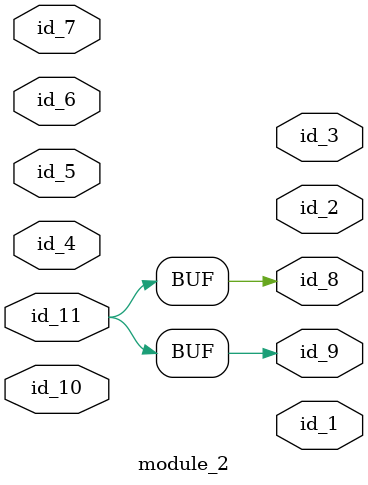
<source format=v>
module module_0 (
    id_1,
    id_2
);
  inout wire id_2;
  output wire id_1;
  module_2 modCall_1 (
      id_2,
      id_1,
      id_1,
      id_2,
      id_2,
      id_2,
      id_2,
      id_2,
      id_2,
      id_2,
      id_2
  );
endmodule
module module_1 (
    id_1,
    id_2
);
  inout wire id_2;
  input wire id_1;
  wire id_3, id_4, id_5 = id_3, id_6, id_7, id_8, id_9, id_10;
  wire id_11;
  module_0 modCall_1 (
      id_2,
      id_7
  );
endmodule
module module_2 (
    id_1,
    id_2,
    id_3,
    id_4,
    id_5,
    id_6,
    id_7,
    id_8,
    id_9,
    id_10,
    id_11
);
  input wire id_11;
  input wire id_10;
  output wire id_9;
  output wire id_8;
  inout wire id_7;
  input wire id_6;
  inout wire id_5;
  input wire id_4;
  output wire id_3;
  output wire id_2;
  output wire id_1;
  assign id_8 = id_11;
  assign id_9 = id_11;
endmodule

</source>
